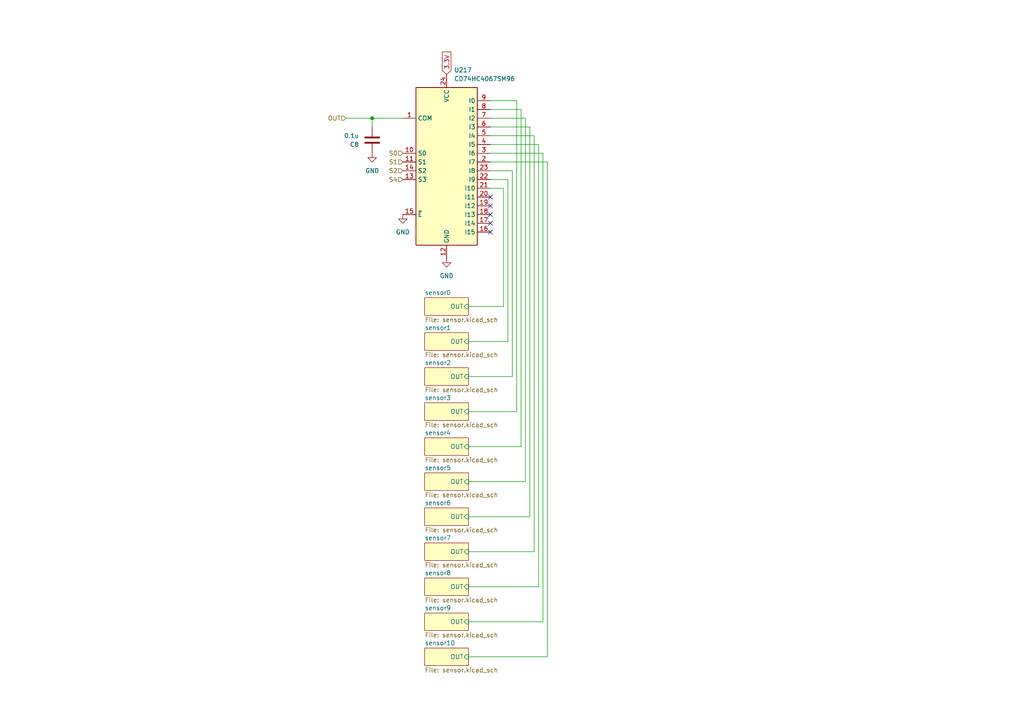
<source format=kicad_sch>
(kicad_sch (version 20250114) (generator "eeschema") (generator_version "9.0")
  (paper "A4")
  (lib_symbols
    (symbol "74xx:CD74HC4067SM"
      (property "Reference" "U" (at -8.89 22.86 0))
      (property "Value" "CD74HC4067SM" (at 1.27 22.86 0))
      (symbol "CD74HC4067SM_0_1"
        (rectangle (start -8.89 21.59) (end 8.89 -24.13) (stroke (width 0.254)) (fill (type background)))
      )
      (symbol "CD74HC4067SM_1_1"
        (pin passive line (at -12.7 12.7 0) (length 3.81) (name "COM") (number "1"))
        (pin input line (at -12.7 2.54 0) (length 3.81) (name "S0") (number "10"))
        (pin input line (at -12.7 0 0) (length 3.81) (name "S1") (number "11"))
        (pin input line (at -12.7 -2.54 0) (length 3.81) (name "S2") (number "14"))
        (pin input line (at -12.7 -5.08 0) (length 3.81) (name "S3") (number "13"))
        (pin input line (at -12.7 -15.24 0) (length 3.81) (name "~{E}") (number "15"))
        (pin power_in line (at 0 25.4 270) (length 3.81) (name "VCC") (number "24"))
        (pin power_in line (at 0 -27.94 90) (length 3.81) (name "GND") (number "12"))
        (pin passive line (at 12.7 17.78 180) (length 3.81) (name "I0") (number "9"))
        (pin passive line (at 12.7 15.24 180) (length 3.81) (name "I1") (number "8"))
        (pin passive line (at 12.7 12.7 180) (length 3.81) (name "I2") (number "7"))
        (pin passive line (at 12.7 10.16 180) (length 3.81) (name "I3") (number "6"))
        (pin passive line (at 12.7 7.62 180) (length 3.81) (name "I4") (number "5"))
        (pin passive line (at 12.7 5.08 180) (length 3.81) (name "I5") (number "4"))
        (pin passive line (at 12.7 2.54 180) (length 3.81) (name "I6") (number "3"))
        (pin passive line (at 12.7 0 180) (length 3.81) (name "I7") (number "2"))
        (pin passive line (at 12.7 -2.54 180) (length 3.81) (name "I8") (number "23"))
        (pin passive line (at 12.7 -5.08 180) (length 3.81) (name "I9") (number "22"))
        (pin passive line (at 12.7 -7.62 180) (length 3.81) (name "I10") (number "21"))
        (pin passive line (at 12.7 -10.16 180) (length 3.81) (name "I11") (number "20"))
        (pin passive line (at 12.7 -12.7 180) (length 3.81) (name "I12") (number "19"))
        (pin passive line (at 12.7 -15.24 180) (length 3.81) (name "I13") (number "18"))
        (pin passive line (at 12.7 -17.78 180) (length 3.81) (name "I14") (number "17"))
        (pin passive line (at 12.7 -20.32 180) (length 3.81) (name "I15") (number "16"))
      )
    )
    (symbol "Device:C" (pin_numbers (hide yes)) (pin_names (offset 0.254))
      (property "Reference" "C" (at 0.635 2.54 0))
      (property "Value" "C" (at 0.635 -2.54 0))
      (symbol "C_0_1"
        (polyline (pts (xy -2.032 0.762) (xy 2.032 0.762)) (stroke (width 0.508)))
        (polyline (pts (xy -2.032 -0.762) (xy 2.032 -0.762)) (stroke (width 0.508)))
      )
      (symbol "C_1_1"
        (pin passive line (at 0 3.81 270) (length 2.794) (name "~") (number "1"))
        (pin passive line (at 0 -3.81 90) (length 2.794) (name "~") (number "2"))
      )
    )
    (symbol "power:GND" (power) (pin_numbers (hide yes)) (pin_names (offset 0) (hide yes))
      (property "Value" "GND" (at 0 -3.81 0))
      (symbol "GND_0_1"
        (polyline (pts (xy 0 0) (xy 0 -1.27) (xy 1.27 -1.27) (xy 0 -2.54) (xy -1.27 -1.27) (xy 0 -1.27)))
      )
      (symbol "GND_1_1"
        (pin power_in line (at 0 0 270) (length 0) (name "~") (number "1"))
      )
    )
  )
  (junction (at 107.95 34.29))
  (no_connect (at 142.24 59.69))
  (no_connect (at 142.24 62.23))
  (no_connect (at 142.24 64.77))
  (no_connect (at 142.24 67.31))
  (no_connect (at 142.24 57.15))
  (wire (pts (xy 142.24 31.75) (xy 151.13 31.75)))
  (wire (pts (xy 142.24 46.99) (xy 158.75 46.99)))
  (wire (pts (xy 148.59 49.53) (xy 148.59 109.22)))
  (wire (pts (xy 152.4 34.29) (xy 142.24 34.29)))
  (wire (pts (xy 149.86 119.38) (xy 149.86 29.21)))
  (wire (pts (xy 151.13 129.54) (xy 135.89 129.54)))
  (wire (pts (xy 142.24 54.61) (xy 146.05 54.61)))
  (wire (pts (xy 135.89 88.9) (xy 146.05 88.9)))
  (wire (pts (xy 152.4 139.7) (xy 152.4 34.29)))
  (wire (pts (xy 147.32 99.06) (xy 147.32 52.07)))
  (wire (pts (xy 153.67 36.83) (xy 153.67 149.86)))
  (wire (pts (xy 151.13 31.75) (xy 151.13 129.54)))
  (wire (pts (xy 149.86 29.21) (xy 142.24 29.21)))
  (wire (pts (xy 135.89 180.34) (xy 157.48 180.34)))
  (wire (pts (xy 157.48 44.45) (xy 142.24 44.45)))
  (wire (pts (xy 156.21 41.91) (xy 156.21 170.18)))
  (wire (pts (xy 153.67 36.83) (xy 142.24 36.83)))
  (wire (pts (xy 135.89 119.38) (xy 149.86 119.38)))
  (wire (pts (xy 107.95 34.29) (xy 107.95 36.83)))
  (wire (pts (xy 153.67 149.86) (xy 135.89 149.86)))
  (wire (pts (xy 154.94 160.02) (xy 154.94 39.37)))
  (wire (pts (xy 157.48 180.34) (xy 157.48 44.45)))
  (wire (pts (xy 154.94 39.37) (xy 142.24 39.37)))
  (wire (pts (xy 116.84 34.29) (xy 107.95 34.29)))
  (wire (pts (xy 135.89 139.7) (xy 152.4 139.7)))
  (wire (pts (xy 158.75 190.5) (xy 158.75 46.99)))
  (wire (pts (xy 146.05 54.61) (xy 146.05 88.9)))
  (wire (pts (xy 148.59 49.53) (xy 142.24 49.53)))
  (wire (pts (xy 148.59 109.22) (xy 135.89 109.22)))
  (wire (pts (xy 142.24 52.07) (xy 147.32 52.07)))
  (wire (pts (xy 156.21 170.18) (xy 135.89 170.18)))
  (wire (pts (xy 135.89 99.06) (xy 147.32 99.06)))
  (wire (pts (xy 156.21 41.91) (xy 142.24 41.91)))
  (wire (pts (xy 135.89 190.5) (xy 158.75 190.5)))
  (wire (pts (xy 107.95 34.29) (xy 100.33 34.29)))
  (wire (pts (xy 135.89 160.02) (xy 154.94 160.02)))
  (global_label "3.3V" (shape input) (at 129.54 21.59 90) (property "Intersheetrefs" "${INTERSHEET_REFS}" (effects (hide yes))))
  (hierarchical_label "OUT" (shape input) (at 100.33 34.29 180))
  (hierarchical_label "S0" (shape input) (at 116.84 44.45 180))
  (hierarchical_label "S4" (shape input) (at 116.84 52.07 180))
  (hierarchical_label "S1" (shape input) (at 116.84 46.99 180))
  (hierarchical_label "S2" (shape input) (at 116.84 49.53 180))
  (symbol (lib_id "power:GND") (at 107.95 44.45 0) (unit 1)
    (property "Reference" "#PWR062" (effects (hide yes)))
    (property "Value" "GND" (at 107.95 49.53 0))
    (property "Description" "Power symbol creates a global label with name \"GND\" , ground" (effects (hide yes)))
    (instances (project "pompyboard" (path "" (reference "#PWR0184") (unit 1)) (path "" (reference "#PWR0134") (unit 1)) (path "" (reference "#PWR0159") (unit 1)) (path "" (reference "#PWR0334") (unit 1)) (path "" (reference "#PWR0209") (unit 1)) (path "" (reference "#PWR0259") (unit 1)) (path "" (reference "#PWR0459") (unit 1)) (path "" (reference "#PWR0109") (unit 1)) (path "" (reference "#PWR0384") (unit 1)) (path "" (reference "#PWR0434") (unit 1)) (path "" (reference "#PWR0359") (unit 1)) (path "" (reference "#PWR030") (unit 1)) (path "" (reference "#PWR0284") (unit 1)) (path "" (reference "#PWR062") (unit 1)) (path "" (reference "#PWR03") (unit 1)) (path "" (reference "#PWR0234") (unit 1)) (path "" (reference "#PWR064") (unit 1)) (path "" (reference "#PWR0409") (unit 1)) (path "" (reference "#PWR0309") (unit 1))))
  )
  (symbol (lib_id "74xx:CD74HC4067SM") (at 129.54 46.99 0) (unit 1)
    (property "Reference" "U210" (at 131.6833 20.32 0) (effects (justify left)))
    (property "Value" "CD74HC4067SM96" (at 131.6833 22.86 0) (effects (justify left)))
    (property "Footprint" "Package_SO:SSOP-24_5.3x8.2mm_P0.65mm" (effects (hide yes)))
    (property "Datasheet" "http://www.ti.com/lit/ds/symlink/cd74hc4067.pdf" (effects (hide yes)))
    (property "Description" "High-Speed CMOS Logic 16-Channel Analog Multiplexer/Demultiplexer, SSOP-24" (effects (hide yes)))
    (instances (project "pompyboard" (path "" (reference "U217") (unit 1)) (path "" (reference "U215") (unit 1)) (path "" (reference "U216") (unit 1)) (path "" (reference "U223") (unit 1)) (path "" (reference "U218") (unit 1)) (path "" (reference "U220") (unit 1)) (path "" (reference "U228") (unit 1)) (path "" (reference "U214") (unit 1)) (path "" (reference "U225") (unit 1)) (path "" (reference "U227") (unit 1)) (path "" (reference "U224") (unit 1)) (path "" (reference "U213") (unit 1)) (path "" (reference "U221") (unit 1)) (path "" (reference "U210") (unit 1)) (path "" (reference "U212") (unit 1)) (path "" (reference "U219") (unit 1)) (path "" (reference "U211") (unit 1)) (path "" (reference "U226") (unit 1)) (path "" (reference "U222") (unit 1))))
  )
  (symbol (lib_id "power:GND") (at 116.84 62.23 0) (unit 1)
    (property "Reference" "#PWR063" (effects (hide yes)))
    (property "Value" "GND" (at 116.84 67.31 0))
    (property "Description" "Power symbol creates a global label with name \"GND\" , ground" (effects (hide yes)))
    (instances (project "pompyboard" (path "" (reference "#PWR0185") (unit 1)) (path "" (reference "#PWR0135") (unit 1)) (path "" (reference "#PWR0160") (unit 1)) (path "" (reference "#PWR0335") (unit 1)) (path "" (reference "#PWR0210") (unit 1)) (path "" (reference "#PWR0260") (unit 1)) (path "" (reference "#PWR0460") (unit 1)) (path "" (reference "#PWR0110") (unit 1)) (path "" (reference "#PWR0385") (unit 1)) (path "" (reference "#PWR0435") (unit 1)) (path "" (reference "#PWR0360") (unit 1)) (path "" (reference "#PWR031") (unit 1)) (path "" (reference "#PWR0285") (unit 1)) (path "" (reference "#PWR063") (unit 1)) (path "" (reference "#PWR04") (unit 1)) (path "" (reference "#PWR0235") (unit 1)) (path "" (reference "#PWR065") (unit 1)) (path "" (reference "#PWR0410") (unit 1)) (path "" (reference "#PWR0310") (unit 1))))
  )
  (symbol (lib_id "power:GND") (at 129.54 74.93 0) (unit 1)
    (property "Reference" "#PWR039" (effects (hide yes)))
    (property "Value" "GND" (at 129.54 80.01 0))
    (property "Description" "Power symbol creates a global label with name \"GND\" , ground" (effects (hide yes)))
    (instances (project "pompyboard" (path "" (reference "#PWR0186") (unit 1)) (path "" (reference "#PWR0136") (unit 1)) (path "" (reference "#PWR0161") (unit 1)) (path "" (reference "#PWR0336") (unit 1)) (path "" (reference "#PWR0211") (unit 1)) (path "" (reference "#PWR0261") (unit 1)) (path "" (reference "#PWR0461") (unit 1)) (path "" (reference "#PWR0111") (unit 1)) (path "" (reference "#PWR0386") (unit 1)) (path "" (reference "#PWR0436") (unit 1)) (path "" (reference "#PWR0361") (unit 1)) (path "" (reference "#PWR032") (unit 1)) (path "" (reference "#PWR0286") (unit 1)) (path "" (reference "#PWR039") (unit 1)) (path "" (reference "#PWR05") (unit 1)) (path "" (reference "#PWR0236") (unit 1)) (path "" (reference "#PWR066") (unit 1)) (path "" (reference "#PWR0411") (unit 1)) (path "" (reference "#PWR0311") (unit 1))))
  )
  (symbol (lib_id "Device:C") (at 107.95 40.64 180) (unit 1)
    (property "Reference" "C1" (at 104.14 41.9101 0) (effects (justify left)))
    (property "Value" "0.1u" (at 104.14 39.3701 0) (effects (justify left)))
    (property "Footprint" "Capacitor_SMD:C_0201_0603Metric" (effects (hide yes)))
    (property "Description" "Unpolarized capacitor" (effects (hide yes)))
    (property "LCSC Part #" "C160831" (effects (hide yes)))
    (instances (project "pompyboard" (path "" (reference "C8") (unit 1)) (path "" (reference "C6") (unit 1)) (path "" (reference "C7") (unit 1)) (path "" (reference "C14") (unit 1)) (path "" (reference "C9") (unit 1)) (path "" (reference "C11") (unit 1)) (path "" (reference "C19") (unit 1)) (path "" (reference "C5") (unit 1)) (path "" (reference "C16") (unit 1)) (path "" (reference "C18") (unit 1)) (path "" (reference "C15") (unit 1)) (path "" (reference "C4") (unit 1)) (path "" (reference "C12") (unit 1)) (path "" (reference "C1") (unit 1)) (path "" (reference "C3") (unit 1)) (path "" (reference "C10") (unit 1)) (path "" (reference "C2") (unit 1)) (path "" (reference "C17") (unit 1)) (path "" (reference "C13") (unit 1))))
  )
  (sheet (at 123.19 157.48) (size 12.7 5.08) (stroke (width 0.1524)) (fill (color 255 255 194 1.0000))
    (property "Sheetname" "sensor7" (at 123.19 156.7684 0) (effects (justify left bottom)))
    (property "Sheetfile" "sensor.kicad_sch" (at 123.19 163.1446 0) (effects (justify left top)))
    (pin "OUT" input (at 135.89 160.02 0))
  )
  (sheet (at 123.19 116.84) (size 12.7 5.08) (stroke (width 0.1524)) (fill (color 255 255 194 1.0000))
    (property "Sheetname" "sensor3" (at 123.19 116.1284 0) (effects (justify left bottom)))
    (property "Sheetfile" "sensor.kicad_sch" (at 123.19 122.5046 0) (effects (justify left top)))
    (pin "OUT" input (at 135.89 119.38 0))
  )
  (sheet (at 123.19 127) (size 12.7 5.08) (stroke (width 0.1524)) (fill (color 255 255 194 1.0000))
    (property "Sheetname" "sensor4" (at 123.19 126.2884 0) (effects (justify left bottom)))
    (property "Sheetfile" "sensor.kicad_sch" (at 123.19 132.6646 0) (effects (justify left top)))
    (pin "OUT" input (at 135.89 129.54 0))
  )
  (sheet (at 123.19 187.96) (size 12.7 5.08) (stroke (width 0.1524)) (fill (color 255 255 194 1.0000))
    (property "Sheetname" "sensor10" (at 123.19 187.2484 0) (effects (justify left bottom)))
    (property "Sheetfile" "sensor.kicad_sch" (at 123.19 193.6246 0) (effects (justify left top)))
    (pin "OUT" input (at 135.89 190.5 0))
  )
  (sheet (at 123.19 177.8) (size 12.7 5.08) (stroke (width 0.1524)) (fill (color 255 255 194 1.0000))
    (property "Sheetname" "sensor9" (at 123.19 177.0884 0) (effects (justify left bottom)))
    (property "Sheetfile" "sensor.kicad_sch" (at 123.19 183.4646 0) (effects (justify left top)))
    (pin "OUT" input (at 135.89 180.34 0))
  )
  (sheet (at 123.19 147.32) (size 12.7 5.08) (stroke (width 0.1524)) (fill (color 255 255 194 1.0000))
    (property "Sheetname" "sensor6" (at 123.19 146.6084 0) (effects (justify left bottom)))
    (property "Sheetfile" "sensor.kicad_sch" (at 123.19 152.9846 0) (effects (justify left top)))
    (pin "OUT" input (at 135.89 149.86 0))
  )
  (sheet (at 123.19 96.52) (size 12.7 5.08) (stroke (width 0.1524)) (fill (color 255 255 194 1.0000))
    (property "Sheetname" "sensor1" (at 123.19 95.8084 0) (effects (justify left bottom)))
    (property "Sheetfile" "sensor.kicad_sch" (at 123.19 102.1846 0) (effects (justify left top)))
    (pin "OUT" input (at 135.89 99.06 0))
  )
  (sheet (at 123.19 137.16) (size 12.7 5.08) (stroke (width 0.1524)) (fill (color 255 255 194 1.0000))
    (property "Sheetname" "sensor5" (at 123.19 136.4484 0) (effects (justify left bottom)))
    (property "Sheetfile" "sensor.kicad_sch" (at 123.19 142.8246 0) (effects (justify left top)))
    (pin "OUT" input (at 135.89 139.7 0))
  )
  (sheet (at 123.19 106.68) (size 12.7 5.08) (stroke (width 0.1524)) (fill (color 255 255 194 1.0000))
    (property "Sheetname" "sensor2" (at 123.19 105.9684 0) (effects (justify left bottom)))
    (property "Sheetfile" "sensor.kicad_sch" (at 123.19 112.3446 0) (effects (justify left top)))
    (pin "OUT" input (at 135.89 109.22 0))
  )
  (sheet (at 123.19 86.36) (size 12.7 5.08) (stroke (width 0.1524)) (fill (color 255 255 194 1.0000))
    (property "Sheetname" "sensor0" (at 123.19 85.6484 0) (effects (justify left bottom)))
    (property "Sheetfile" "sensor.kicad_sch" (at 123.19 92.0246 0) (effects (justify left top)))
    (pin "OUT" input (at 135.89 88.9 0))
  )
  (sheet (at 123.19 167.64) (size 12.7 5.08) (stroke (width 0.1524)) (fill (color 255 255 194 1.0000))
    (property "Sheetname" "sensor8" (at 123.19 166.9284 0) (effects (justify left bottom)))
    (property "Sheetfile" "sensor.kicad_sch" (at 123.19 173.3046 0) (effects (justify left top)))
    (pin "OUT" input (at 135.89 170.18 0))
  )
)
</source>
